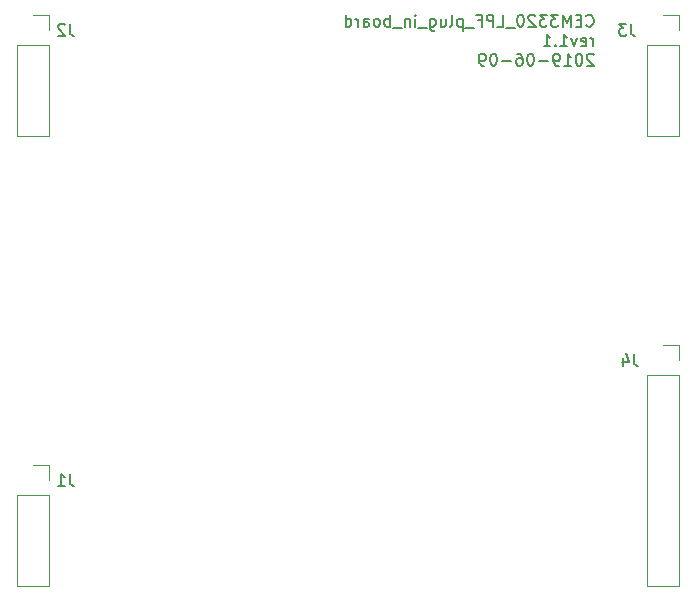
<source format=gbr>
G04 #@! TF.GenerationSoftware,KiCad,Pcbnew,5.1.6-c6e7f7d~87~ubuntu18.04.1*
G04 #@! TF.CreationDate,2020-08-01T12:16:40-04:00*
G04 #@! TF.ProjectId,CEM3320_LPF_plug_in_board,43454d33-3332-4305-9f4c-50465f706c75,1*
G04 #@! TF.SameCoordinates,Original*
G04 #@! TF.FileFunction,Legend,Bot*
G04 #@! TF.FilePolarity,Positive*
%FSLAX46Y46*%
G04 Gerber Fmt 4.6, Leading zero omitted, Abs format (unit mm)*
G04 Created by KiCad (PCBNEW 5.1.6-c6e7f7d~87~ubuntu18.04.1) date 2020-08-01 12:16:40*
%MOMM*%
%LPD*%
G01*
G04 APERTURE LIST*
%ADD10C,0.150000*%
%ADD11C,0.120000*%
G04 APERTURE END LIST*
D10*
X176384976Y-78336142D02*
X176432595Y-78383761D01*
X176575452Y-78431380D01*
X176670690Y-78431380D01*
X176813547Y-78383761D01*
X176908785Y-78288523D01*
X176956404Y-78193285D01*
X177004023Y-78002809D01*
X177004023Y-77859952D01*
X176956404Y-77669476D01*
X176908785Y-77574238D01*
X176813547Y-77479000D01*
X176670690Y-77431380D01*
X176575452Y-77431380D01*
X176432595Y-77479000D01*
X176384976Y-77526619D01*
X175956404Y-77907571D02*
X175623071Y-77907571D01*
X175480214Y-78431380D02*
X175956404Y-78431380D01*
X175956404Y-77431380D01*
X175480214Y-77431380D01*
X175051642Y-78431380D02*
X175051642Y-77431380D01*
X174718309Y-78145666D01*
X174384976Y-77431380D01*
X174384976Y-78431380D01*
X174004023Y-77431380D02*
X173384976Y-77431380D01*
X173718309Y-77812333D01*
X173575452Y-77812333D01*
X173480214Y-77859952D01*
X173432595Y-77907571D01*
X173384976Y-78002809D01*
X173384976Y-78240904D01*
X173432595Y-78336142D01*
X173480214Y-78383761D01*
X173575452Y-78431380D01*
X173861166Y-78431380D01*
X173956404Y-78383761D01*
X174004023Y-78336142D01*
X173051642Y-77431380D02*
X172432595Y-77431380D01*
X172765928Y-77812333D01*
X172623071Y-77812333D01*
X172527833Y-77859952D01*
X172480214Y-77907571D01*
X172432595Y-78002809D01*
X172432595Y-78240904D01*
X172480214Y-78336142D01*
X172527833Y-78383761D01*
X172623071Y-78431380D01*
X172908785Y-78431380D01*
X173004023Y-78383761D01*
X173051642Y-78336142D01*
X172051642Y-77526619D02*
X172004023Y-77479000D01*
X171908785Y-77431380D01*
X171670690Y-77431380D01*
X171575452Y-77479000D01*
X171527833Y-77526619D01*
X171480214Y-77621857D01*
X171480214Y-77717095D01*
X171527833Y-77859952D01*
X172099261Y-78431380D01*
X171480214Y-78431380D01*
X170861166Y-77431380D02*
X170765928Y-77431380D01*
X170670690Y-77479000D01*
X170623071Y-77526619D01*
X170575452Y-77621857D01*
X170527833Y-77812333D01*
X170527833Y-78050428D01*
X170575452Y-78240904D01*
X170623071Y-78336142D01*
X170670690Y-78383761D01*
X170765928Y-78431380D01*
X170861166Y-78431380D01*
X170956404Y-78383761D01*
X171004023Y-78336142D01*
X171051642Y-78240904D01*
X171099261Y-78050428D01*
X171099261Y-77812333D01*
X171051642Y-77621857D01*
X171004023Y-77526619D01*
X170956404Y-77479000D01*
X170861166Y-77431380D01*
X170337357Y-78526619D02*
X169575452Y-78526619D01*
X168861166Y-78431380D02*
X169337357Y-78431380D01*
X169337357Y-77431380D01*
X168527833Y-78431380D02*
X168527833Y-77431380D01*
X168146880Y-77431380D01*
X168051642Y-77479000D01*
X168004023Y-77526619D01*
X167956404Y-77621857D01*
X167956404Y-77764714D01*
X168004023Y-77859952D01*
X168051642Y-77907571D01*
X168146880Y-77955190D01*
X168527833Y-77955190D01*
X167194500Y-77907571D02*
X167527833Y-77907571D01*
X167527833Y-78431380D02*
X167527833Y-77431380D01*
X167051642Y-77431380D01*
X166908785Y-78526619D02*
X166146880Y-78526619D01*
X165908785Y-77764714D02*
X165908785Y-78764714D01*
X165908785Y-77812333D02*
X165813547Y-77764714D01*
X165623071Y-77764714D01*
X165527833Y-77812333D01*
X165480214Y-77859952D01*
X165432595Y-77955190D01*
X165432595Y-78240904D01*
X165480214Y-78336142D01*
X165527833Y-78383761D01*
X165623071Y-78431380D01*
X165813547Y-78431380D01*
X165908785Y-78383761D01*
X164861166Y-78431380D02*
X164956404Y-78383761D01*
X165004023Y-78288523D01*
X165004023Y-77431380D01*
X164051642Y-77764714D02*
X164051642Y-78431380D01*
X164480214Y-77764714D02*
X164480214Y-78288523D01*
X164432595Y-78383761D01*
X164337357Y-78431380D01*
X164194500Y-78431380D01*
X164099261Y-78383761D01*
X164051642Y-78336142D01*
X163146880Y-77764714D02*
X163146880Y-78574238D01*
X163194500Y-78669476D01*
X163242119Y-78717095D01*
X163337357Y-78764714D01*
X163480214Y-78764714D01*
X163575452Y-78717095D01*
X163146880Y-78383761D02*
X163242119Y-78431380D01*
X163432595Y-78431380D01*
X163527833Y-78383761D01*
X163575452Y-78336142D01*
X163623071Y-78240904D01*
X163623071Y-77955190D01*
X163575452Y-77859952D01*
X163527833Y-77812333D01*
X163432595Y-77764714D01*
X163242119Y-77764714D01*
X163146880Y-77812333D01*
X162908785Y-78526619D02*
X162146880Y-78526619D01*
X161908785Y-78431380D02*
X161908785Y-77764714D01*
X161908785Y-77431380D02*
X161956404Y-77479000D01*
X161908785Y-77526619D01*
X161861166Y-77479000D01*
X161908785Y-77431380D01*
X161908785Y-77526619D01*
X161432595Y-77764714D02*
X161432595Y-78431380D01*
X161432595Y-77859952D02*
X161384976Y-77812333D01*
X161289738Y-77764714D01*
X161146880Y-77764714D01*
X161051642Y-77812333D01*
X161004023Y-77907571D01*
X161004023Y-78431380D01*
X160765928Y-78526619D02*
X160004023Y-78526619D01*
X159765928Y-78431380D02*
X159765928Y-77431380D01*
X159765928Y-77812333D02*
X159670690Y-77764714D01*
X159480214Y-77764714D01*
X159384976Y-77812333D01*
X159337357Y-77859952D01*
X159289738Y-77955190D01*
X159289738Y-78240904D01*
X159337357Y-78336142D01*
X159384976Y-78383761D01*
X159480214Y-78431380D01*
X159670690Y-78431380D01*
X159765928Y-78383761D01*
X158718309Y-78431380D02*
X158813547Y-78383761D01*
X158861166Y-78336142D01*
X158908785Y-78240904D01*
X158908785Y-77955190D01*
X158861166Y-77859952D01*
X158813547Y-77812333D01*
X158718309Y-77764714D01*
X158575452Y-77764714D01*
X158480214Y-77812333D01*
X158432595Y-77859952D01*
X158384976Y-77955190D01*
X158384976Y-78240904D01*
X158432595Y-78336142D01*
X158480214Y-78383761D01*
X158575452Y-78431380D01*
X158718309Y-78431380D01*
X157527833Y-78431380D02*
X157527833Y-77907571D01*
X157575452Y-77812333D01*
X157670690Y-77764714D01*
X157861166Y-77764714D01*
X157956404Y-77812333D01*
X157527833Y-78383761D02*
X157623071Y-78431380D01*
X157861166Y-78431380D01*
X157956404Y-78383761D01*
X158004023Y-78288523D01*
X158004023Y-78193285D01*
X157956404Y-78098047D01*
X157861166Y-78050428D01*
X157623071Y-78050428D01*
X157527833Y-78002809D01*
X157051642Y-78431380D02*
X157051642Y-77764714D01*
X157051642Y-77955190D02*
X157004023Y-77859952D01*
X156956404Y-77812333D01*
X156861166Y-77764714D01*
X156765928Y-77764714D01*
X156004023Y-78431380D02*
X156004023Y-77431380D01*
X156004023Y-78383761D02*
X156099261Y-78431380D01*
X156289738Y-78431380D01*
X156384976Y-78383761D01*
X156432595Y-78336142D01*
X156480214Y-78240904D01*
X156480214Y-77955190D01*
X156432595Y-77859952D01*
X156384976Y-77812333D01*
X156289738Y-77764714D01*
X156099261Y-77764714D01*
X156004023Y-77812333D01*
X176956404Y-80081380D02*
X176956404Y-79414714D01*
X176956404Y-79605190D02*
X176908785Y-79509952D01*
X176861166Y-79462333D01*
X176765928Y-79414714D01*
X176670690Y-79414714D01*
X175956404Y-80033761D02*
X176051642Y-80081380D01*
X176242119Y-80081380D01*
X176337357Y-80033761D01*
X176384976Y-79938523D01*
X176384976Y-79557571D01*
X176337357Y-79462333D01*
X176242119Y-79414714D01*
X176051642Y-79414714D01*
X175956404Y-79462333D01*
X175908785Y-79557571D01*
X175908785Y-79652809D01*
X176384976Y-79748047D01*
X175575452Y-79414714D02*
X175337357Y-80081380D01*
X175099261Y-79414714D01*
X174194500Y-80081380D02*
X174765928Y-80081380D01*
X174480214Y-80081380D02*
X174480214Y-79081380D01*
X174575452Y-79224238D01*
X174670690Y-79319476D01*
X174765928Y-79367095D01*
X173765928Y-79986142D02*
X173718309Y-80033761D01*
X173765928Y-80081380D01*
X173813547Y-80033761D01*
X173765928Y-79986142D01*
X173765928Y-80081380D01*
X172765928Y-80081380D02*
X173337357Y-80081380D01*
X173051642Y-80081380D02*
X173051642Y-79081380D01*
X173146880Y-79224238D01*
X173242119Y-79319476D01*
X173337357Y-79367095D01*
X177004023Y-80826619D02*
X176956404Y-80779000D01*
X176861166Y-80731380D01*
X176623071Y-80731380D01*
X176527833Y-80779000D01*
X176480214Y-80826619D01*
X176432595Y-80921857D01*
X176432595Y-81017095D01*
X176480214Y-81159952D01*
X177051642Y-81731380D01*
X176432595Y-81731380D01*
X175813547Y-80731380D02*
X175718309Y-80731380D01*
X175623071Y-80779000D01*
X175575452Y-80826619D01*
X175527833Y-80921857D01*
X175480214Y-81112333D01*
X175480214Y-81350428D01*
X175527833Y-81540904D01*
X175575452Y-81636142D01*
X175623071Y-81683761D01*
X175718309Y-81731380D01*
X175813547Y-81731380D01*
X175908785Y-81683761D01*
X175956404Y-81636142D01*
X176004023Y-81540904D01*
X176051642Y-81350428D01*
X176051642Y-81112333D01*
X176004023Y-80921857D01*
X175956404Y-80826619D01*
X175908785Y-80779000D01*
X175813547Y-80731380D01*
X174527833Y-81731380D02*
X175099261Y-81731380D01*
X174813547Y-81731380D02*
X174813547Y-80731380D01*
X174908785Y-80874238D01*
X175004023Y-80969476D01*
X175099261Y-81017095D01*
X174051642Y-81731380D02*
X173861166Y-81731380D01*
X173765928Y-81683761D01*
X173718309Y-81636142D01*
X173623071Y-81493285D01*
X173575452Y-81302809D01*
X173575452Y-80921857D01*
X173623071Y-80826619D01*
X173670690Y-80779000D01*
X173765928Y-80731380D01*
X173956404Y-80731380D01*
X174051642Y-80779000D01*
X174099261Y-80826619D01*
X174146880Y-80921857D01*
X174146880Y-81159952D01*
X174099261Y-81255190D01*
X174051642Y-81302809D01*
X173956404Y-81350428D01*
X173765928Y-81350428D01*
X173670690Y-81302809D01*
X173623071Y-81255190D01*
X173575452Y-81159952D01*
X173146880Y-81350428D02*
X172384976Y-81350428D01*
X171718309Y-80731380D02*
X171623071Y-80731380D01*
X171527833Y-80779000D01*
X171480214Y-80826619D01*
X171432595Y-80921857D01*
X171384976Y-81112333D01*
X171384976Y-81350428D01*
X171432595Y-81540904D01*
X171480214Y-81636142D01*
X171527833Y-81683761D01*
X171623071Y-81731380D01*
X171718309Y-81731380D01*
X171813547Y-81683761D01*
X171861166Y-81636142D01*
X171908785Y-81540904D01*
X171956404Y-81350428D01*
X171956404Y-81112333D01*
X171908785Y-80921857D01*
X171861166Y-80826619D01*
X171813547Y-80779000D01*
X171718309Y-80731380D01*
X170527833Y-80731380D02*
X170718309Y-80731380D01*
X170813547Y-80779000D01*
X170861166Y-80826619D01*
X170956404Y-80969476D01*
X171004023Y-81159952D01*
X171004023Y-81540904D01*
X170956404Y-81636142D01*
X170908785Y-81683761D01*
X170813547Y-81731380D01*
X170623071Y-81731380D01*
X170527833Y-81683761D01*
X170480214Y-81636142D01*
X170432595Y-81540904D01*
X170432595Y-81302809D01*
X170480214Y-81207571D01*
X170527833Y-81159952D01*
X170623071Y-81112333D01*
X170813547Y-81112333D01*
X170908785Y-81159952D01*
X170956404Y-81207571D01*
X171004023Y-81302809D01*
X170004023Y-81350428D02*
X169242119Y-81350428D01*
X168575452Y-80731380D02*
X168480214Y-80731380D01*
X168384976Y-80779000D01*
X168337357Y-80826619D01*
X168289738Y-80921857D01*
X168242119Y-81112333D01*
X168242119Y-81350428D01*
X168289738Y-81540904D01*
X168337357Y-81636142D01*
X168384976Y-81683761D01*
X168480214Y-81731380D01*
X168575452Y-81731380D01*
X168670690Y-81683761D01*
X168718309Y-81636142D01*
X168765928Y-81540904D01*
X168813547Y-81350428D01*
X168813547Y-81112333D01*
X168765928Y-80921857D01*
X168718309Y-80826619D01*
X168670690Y-80779000D01*
X168575452Y-80731380D01*
X167765928Y-81731380D02*
X167575452Y-81731380D01*
X167480214Y-81683761D01*
X167432595Y-81636142D01*
X167337357Y-81493285D01*
X167289738Y-81302809D01*
X167289738Y-80921857D01*
X167337357Y-80826619D01*
X167384976Y-80779000D01*
X167480214Y-80731380D01*
X167670690Y-80731380D01*
X167765928Y-80779000D01*
X167813547Y-80826619D01*
X167861166Y-80921857D01*
X167861166Y-81159952D01*
X167813547Y-81255190D01*
X167765928Y-81302809D01*
X167670690Y-81350428D01*
X167480214Y-81350428D01*
X167384976Y-81302809D01*
X167337357Y-81255190D01*
X167289738Y-81159952D01*
D11*
X184210000Y-105350000D02*
X182880000Y-105350000D01*
X184210000Y-106680000D02*
X184210000Y-105350000D01*
X184210000Y-107950000D02*
X181550000Y-107950000D01*
X181550000Y-107950000D02*
X181550000Y-125790000D01*
X184210000Y-107950000D02*
X184210000Y-125790000D01*
X184210000Y-125790000D02*
X181550000Y-125790000D01*
X184210000Y-77410000D02*
X182880000Y-77410000D01*
X184210000Y-78740000D02*
X184210000Y-77410000D01*
X184210000Y-80010000D02*
X181550000Y-80010000D01*
X181550000Y-80010000D02*
X181550000Y-87690000D01*
X184210000Y-80010000D02*
X184210000Y-87690000D01*
X184210000Y-87690000D02*
X181550000Y-87690000D01*
X130870000Y-77410000D02*
X129540000Y-77410000D01*
X130870000Y-78740000D02*
X130870000Y-77410000D01*
X130870000Y-80010000D02*
X128210000Y-80010000D01*
X128210000Y-80010000D02*
X128210000Y-87690000D01*
X130870000Y-80010000D02*
X130870000Y-87690000D01*
X130870000Y-87690000D02*
X128210000Y-87690000D01*
X130870000Y-115510000D02*
X129540000Y-115510000D01*
X130870000Y-116840000D02*
X130870000Y-115510000D01*
X130870000Y-118110000D02*
X128210000Y-118110000D01*
X128210000Y-118110000D02*
X128210000Y-125790000D01*
X130870000Y-118110000D02*
X130870000Y-125790000D01*
X130870000Y-125790000D02*
X128210000Y-125790000D01*
D10*
X180419333Y-106132380D02*
X180419333Y-106846666D01*
X180466952Y-106989523D01*
X180562190Y-107084761D01*
X180705047Y-107132380D01*
X180800285Y-107132380D01*
X179514571Y-106465714D02*
X179514571Y-107132380D01*
X179752666Y-106084761D02*
X179990761Y-106799047D01*
X179371714Y-106799047D01*
X180165333Y-78192380D02*
X180165333Y-78906666D01*
X180212952Y-79049523D01*
X180308190Y-79144761D01*
X180451047Y-79192380D01*
X180546285Y-79192380D01*
X179784380Y-78192380D02*
X179165333Y-78192380D01*
X179498666Y-78573333D01*
X179355809Y-78573333D01*
X179260571Y-78620952D01*
X179212952Y-78668571D01*
X179165333Y-78763809D01*
X179165333Y-79001904D01*
X179212952Y-79097142D01*
X179260571Y-79144761D01*
X179355809Y-79192380D01*
X179641523Y-79192380D01*
X179736761Y-79144761D01*
X179784380Y-79097142D01*
X132667333Y-78192380D02*
X132667333Y-78906666D01*
X132714952Y-79049523D01*
X132810190Y-79144761D01*
X132953047Y-79192380D01*
X133048285Y-79192380D01*
X132238761Y-78287619D02*
X132191142Y-78240000D01*
X132095904Y-78192380D01*
X131857809Y-78192380D01*
X131762571Y-78240000D01*
X131714952Y-78287619D01*
X131667333Y-78382857D01*
X131667333Y-78478095D01*
X131714952Y-78620952D01*
X132286380Y-79192380D01*
X131667333Y-79192380D01*
X132667333Y-116292380D02*
X132667333Y-117006666D01*
X132714952Y-117149523D01*
X132810190Y-117244761D01*
X132953047Y-117292380D01*
X133048285Y-117292380D01*
X131667333Y-117292380D02*
X132238761Y-117292380D01*
X131953047Y-117292380D02*
X131953047Y-116292380D01*
X132048285Y-116435238D01*
X132143523Y-116530476D01*
X132238761Y-116578095D01*
M02*

</source>
